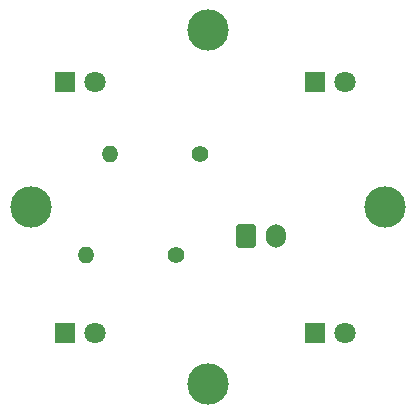
<source format=gbr>
%TF.GenerationSoftware,KiCad,Pcbnew,8.0.3*%
%TF.CreationDate,2024-07-15T13:33:40+01:00*%
%TF.ProjectId,Alignment PCB,416c6967-6e6d-4656-9e74-205043422e6b,rev?*%
%TF.SameCoordinates,Original*%
%TF.FileFunction,Copper,L2,Bot*%
%TF.FilePolarity,Positive*%
%FSLAX46Y46*%
G04 Gerber Fmt 4.6, Leading zero omitted, Abs format (unit mm)*
G04 Created by KiCad (PCBNEW 8.0.3) date 2024-07-15 13:33:40*
%MOMM*%
%LPD*%
G01*
G04 APERTURE LIST*
G04 Aperture macros list*
%AMRoundRect*
0 Rectangle with rounded corners*
0 $1 Rounding radius*
0 $2 $3 $4 $5 $6 $7 $8 $9 X,Y pos of 4 corners*
0 Add a 4 corners polygon primitive as box body*
4,1,4,$2,$3,$4,$5,$6,$7,$8,$9,$2,$3,0*
0 Add four circle primitives for the rounded corners*
1,1,$1+$1,$2,$3*
1,1,$1+$1,$4,$5*
1,1,$1+$1,$6,$7*
1,1,$1+$1,$8,$9*
0 Add four rect primitives between the rounded corners*
20,1,$1+$1,$2,$3,$4,$5,0*
20,1,$1+$1,$4,$5,$6,$7,0*
20,1,$1+$1,$6,$7,$8,$9,0*
20,1,$1+$1,$8,$9,$2,$3,0*%
G04 Aperture macros list end*
%TA.AperFunction,ComponentPad*%
%ADD10R,1.800000X1.800000*%
%TD*%
%TA.AperFunction,ComponentPad*%
%ADD11C,1.800000*%
%TD*%
%TA.AperFunction,ComponentPad*%
%ADD12C,1.400000*%
%TD*%
%TA.AperFunction,ComponentPad*%
%ADD13O,1.400000X1.400000*%
%TD*%
%TA.AperFunction,ComponentPad*%
%ADD14RoundRect,0.250000X-0.600000X-0.750000X0.600000X-0.750000X0.600000X0.750000X-0.600000X0.750000X0*%
%TD*%
%TA.AperFunction,ComponentPad*%
%ADD15O,1.700000X2.000000*%
%TD*%
%TA.AperFunction,ViaPad*%
%ADD16C,3.500000*%
%TD*%
G04 APERTURE END LIST*
D10*
%TO.P,D4,1,K*%
%TO.N,GND*%
X109110000Y-60610000D03*
D11*
%TO.P,D4,2,A*%
%TO.N,Net-(D3-K)*%
X111650000Y-60610000D03*
%TD*%
D10*
%TO.P,D3,1,K*%
%TO.N,Net-(D3-K)*%
X87890000Y-60610000D03*
D11*
%TO.P,D3,2,A*%
%TO.N,Net-(D3-A)*%
X90430000Y-60610000D03*
%TD*%
%TO.P,D2,2,A*%
%TO.N,Net-(D1-K)*%
X111650000Y-39390000D03*
D10*
%TO.P,D2,1,K*%
%TO.N,GND*%
X109110000Y-39390000D03*
%TD*%
D11*
%TO.P,D1,2,A*%
%TO.N,Net-(D1-A)*%
X90430000Y-39390000D03*
D10*
%TO.P,D1,1,K*%
%TO.N,Net-(D1-K)*%
X87890000Y-39390000D03*
%TD*%
D12*
%TO.P,R2,1*%
%TO.N,+5V*%
X97310000Y-54000000D03*
D13*
%TO.P,R2,2*%
%TO.N,Net-(D3-A)*%
X89690000Y-54000000D03*
%TD*%
D12*
%TO.P,R1,1*%
%TO.N,+5V*%
X99310000Y-45500000D03*
D13*
%TO.P,R1,2*%
%TO.N,Net-(D1-A)*%
X91690000Y-45500000D03*
%TD*%
D14*
%TO.P,J1,1,Pin_1*%
%TO.N,+5V*%
X103250000Y-52475000D03*
D15*
%TO.P,J1,2,Pin_2*%
%TO.N,GND*%
X105750000Y-52475000D03*
%TD*%
D16*
%TO.N,*%
X85000000Y-50000000D03*
X100000000Y-35000000D03*
X100000000Y-65000000D03*
X115000000Y-50000000D03*
%TD*%
M02*

</source>
